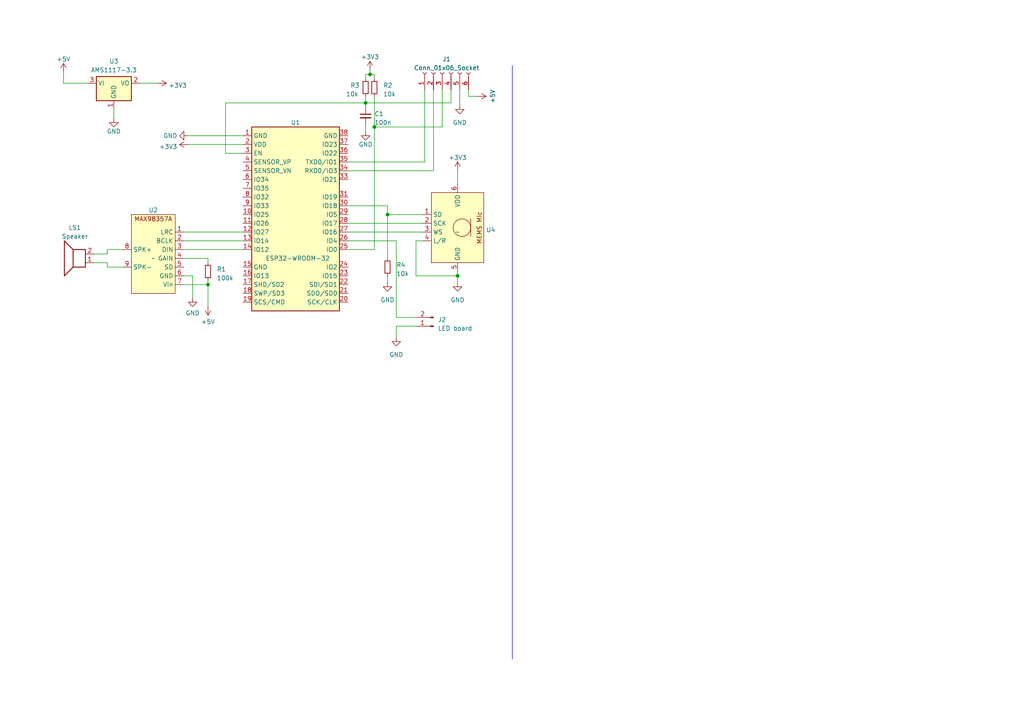
<source format=kicad_sch>
(kicad_sch (version 20230121) (generator eeschema)
  (paper "A4")
  (title_block (title "Rhasspy Satellite with ESP32 in Amazon Basics Speaker"))
  (lib_symbols
    (symbol "Connector:Conn_01x02_Pin" (pin_names (offset 1.016) hide)
      (property "Reference" "J" (at 0 2.54 0))
      (property "Value" "Conn_01x02_Pin" (at 0 -5.08 0))
      (symbol "Conn_01x02_Pin_1_1"
        (polyline (pts (xy 1.27 -2.54) (xy 0.8636 -2.54)) (stroke (width 0.1524)))
        (polyline (pts (xy 1.27 0) (xy 0.8636 0)) (stroke (width 0.1524)))
        (rectangle (start 0.8636 -2.413) (end 0 -2.667) (stroke (width 0.1524)) (fill (type outline)))
        (rectangle (start 0.8636 0.127) (end 0 -0.127) (stroke (width 0.1524)) (fill (type outline)))
        (pin passive line (at 5.08 0 180) (length 3.81) (name "Pin_1") (number "1"))
        (pin passive line (at 5.08 -2.54 180) (length 3.81) (name "Pin_2") (number "2"))
      )
    )
    (symbol "Connector:Conn_01x06_Socket" (pin_names (offset 1.016) hide)
      (property "Reference" "J" (at 0 7.62 0))
      (property "Value" "Conn_01x06_Socket" (at 0 -10.16 0))
      (symbol "Conn_01x06_Socket_1_1"
        (arc (start 0 -7.112) (mid -0.5058 -7.62) (end 0 -8.128) (stroke (width 0.1524)))
        (arc (start 0 -4.572) (mid -0.5058 -5.08) (end 0 -5.588) (stroke (width 0.1524)))
        (arc (start 0 -2.032) (mid -0.5058 -2.54) (end 0 -3.048) (stroke (width 0.1524)))
        (polyline (pts (xy -1.27 -7.62) (xy -0.508 -7.62)) (stroke (width 0.1524)))
        (polyline (pts (xy -1.27 -5.08) (xy -0.508 -5.08)) (stroke (width 0.1524)))
        (polyline (pts (xy -1.27 -2.54) (xy -0.508 -2.54)) (stroke (width 0.1524)))
        (polyline (pts (xy -1.27 0) (xy -0.508 0)) (stroke (width 0.1524)))
        (polyline (pts (xy -1.27 2.54) (xy -0.508 2.54)) (stroke (width 0.1524)))
        (polyline (pts (xy -1.27 5.08) (xy -0.508 5.08)) (stroke (width 0.1524)))
        (arc (start 0 0.508) (mid -0.5058 0) (end 0 -0.508) (stroke (width 0.1524)))
        (arc (start 0 3.048) (mid -0.5058 2.54) (end 0 2.032) (stroke (width 0.1524)))
        (arc (start 0 5.588) (mid -0.5058 5.08) (end 0 4.572) (stroke (width 0.1524)))
        (pin passive line (at -5.08 5.08 0) (length 3.81) (name "Pin_1") (number "1"))
        (pin passive line (at -5.08 2.54 0) (length 3.81) (name "Pin_2") (number "2"))
        (pin passive line (at -5.08 0 0) (length 3.81) (name "Pin_3") (number "3"))
        (pin passive line (at -5.08 -2.54 0) (length 3.81) (name "Pin_4") (number "4"))
        (pin passive line (at -5.08 -5.08 0) (length 3.81) (name "Pin_5") (number "5"))
        (pin passive line (at -5.08 -7.62 0) (length 3.81) (name "Pin_6") (number "6"))
      )
    )
    (symbol "Device:C_Small" (pin_numbers hide) (pin_names (offset 0.254) hide)
      (property "Reference" "C" (at 0.254 1.778 0))
      (property "Value" "C_Small" (at 0.254 -2.032 0))
      (symbol "C_Small_0_1"
        (polyline (pts (xy -1.524 -0.508) (xy 1.524 -0.508)) (stroke (width 0.3302)))
        (polyline (pts (xy -1.524 0.508) (xy 1.524 0.508)) (stroke (width 0.3048)))
      )
      (symbol "C_Small_1_1"
        (pin passive line (at 0 2.54 270) (length 2.032) (name "~") (number "1"))
        (pin passive line (at 0 -2.54 90) (length 2.032) (name "~") (number "2"))
      )
    )
    (symbol "Device:R_Small" (pin_numbers hide) (pin_names (offset 0.254) hide)
      (property "Reference" "R" (at 0.762 0.508 0))
      (property "Value" "R_Small" (at 0.762 -1.016 0))
      (symbol "R_Small_0_1"
        (rectangle (start -0.762 1.778) (end 0.762 -1.778) (stroke (width 0.2032)))
      )
      (symbol "R_Small_1_1"
        (pin passive line (at 0 2.54 270) (length 0.762) (name "~") (number "1"))
        (pin passive line (at 0 -2.54 90) (length 0.762) (name "~") (number "2"))
      )
    )
    (symbol "Device:Speaker" (pin_names (offset 0) hide)
      (property "Reference" "LS" (at 1.27 5.715 0))
      (property "Value" "Speaker" (at 1.27 3.81 0))
      (symbol "Speaker_0_0"
        (rectangle (start -2.54 1.27) (end 1.016 -3.81) (stroke (width 0.254)))
        (polyline (pts (xy 1.016 1.27) (xy 3.556 3.81) (xy 3.556 -6.35) (xy 1.016 -3.81)) (stroke (width 0.254)))
      )
      (symbol "Speaker_1_1"
        (pin input line (at -5.08 0 0) (length 2.54) (name "1") (number "1"))
        (pin input line (at -5.08 -2.54 0) (length 2.54) (name "2") (number "2"))
      )
    )
    (symbol "Regulator_Linear:AMS1117-3.3"
      (property "Reference" "U" (at -3.81 3.175 0))
      (property "Value" "AMS1117-3.3" (at 0 3.175 0))
      (symbol "AMS1117-3.3_0_1"
        (rectangle (start -5.08 -5.08) (end 5.08 1.905) (stroke (width 0.254)) (fill (type background)))
      )
      (symbol "AMS1117-3.3_1_1"
        (pin power_in line (at 0 -7.62 90) (length 2.54) (name "GND") (number "1"))
        (pin power_out line (at 7.62 0 180) (length 2.54) (name "VO") (number "2"))
        (pin power_in line (at -7.62 0 0) (length 2.54) (name "VI") (number "3"))
      )
    )
    (symbol "eBay:ESP32-WROOM-32-Module"
      (property "Reference" "U" (at -12.7 34.29 0))
      (property "Value" "ESP32-WROOM-32" (at -8.89 -5.08 0))
      (symbol "ESP32-WROOM-32-Module_0_1"
        (rectangle (start -12.7 33.02) (end 12.7 -20.32) (stroke (width 0.254)) (fill (type background)))
      )
      (symbol "ESP32-WROOM-32-Module_1_1"
        (pin power_in line (at -15.24 30.48 0) (length 2.54) (name "GND") (number "1"))
        (pin bidirectional line (at -15.24 7.62 0) (length 2.54) (name "IO25") (number "10"))
        (pin bidirectional line (at -15.24 5.08 0) (length 2.54) (name "IO26") (number "11"))
        (pin bidirectional line (at -15.24 2.54 0) (length 2.54) (name "IO27") (number "12"))
        (pin bidirectional line (at -15.24 0 0) (length 2.54) (name "IO14") (number "13"))
        (pin bidirectional line (at -15.24 -2.54 0) (length 2.54) (name "IO12") (number "14"))
        (pin passive line (at -15.24 -7.62 0) (length 2.54) (name "GND") (number "15"))
        (pin bidirectional line (at -15.24 -10.16 0) (length 2.54) (name "IO13") (number "16"))
        (pin bidirectional line (at -15.24 -12.7 0) (length 2.54) (name "SHD/SD2") (number "17"))
        (pin bidirectional line (at -15.24 -15.24 0) (length 2.54) (name "SWP/SD3") (number "18"))
        (pin bidirectional line (at -15.24 -17.78 0) (length 2.54) (name "SCS/CMD") (number "19"))
        (pin power_in line (at -15.24 27.94 0) (length 2.54) (name "VDD") (number "2"))
        (pin bidirectional line (at 15.24 -17.78 180) (length 2.54) (name "SCK/CLK") (number "20"))
        (pin bidirectional line (at 15.24 -15.24 180) (length 2.54) (name "SDO/SD0") (number "21"))
        (pin bidirectional line (at 15.24 -12.7 180) (length 2.54) (name "SDI/SD1") (number "22"))
        (pin bidirectional line (at 15.24 -10.16 180) (length 2.54) (name "IO15") (number "23"))
        (pin bidirectional line (at 15.24 -7.62 180) (length 2.54) (name "IO2") (number "24"))
        (pin bidirectional line (at 15.24 -2.54 180) (length 2.54) (name "IO0") (number "25"))
        (pin bidirectional line (at 15.24 0 180) (length 2.54) (name "IO4") (number "26"))
        (pin bidirectional line (at 15.24 2.54 180) (length 2.54) (name "IO16") (number "27"))
        (pin bidirectional line (at 15.24 5.08 180) (length 2.54) (name "IO17") (number "28"))
        (pin bidirectional line (at 15.24 7.62 180) (length 2.54) (name "IO5") (number "29"))
        (pin input line (at -15.24 25.4 0) (length 2.54) (name "EN") (number "3"))
        (pin bidirectional line (at 15.24 10.16 180) (length 2.54) (name "IO18") (number "30"))
        (pin bidirectional line (at 15.24 12.7 180) (length 2.54) (name "IO19") (number "31"))
        (pin no_connect line (at 15.24 15.24 180) (length 2.54) hide (name "NC") (number "32"))
        (pin bidirectional line (at 15.24 17.78 180) (length 2.54) (name "IO21") (number "33"))
        (pin bidirectional line (at 15.24 20.32 180) (length 2.54) (name "RXD0/IO3") (number "34"))
        (pin bidirectional line (at 15.24 22.86 180) (length 2.54) (name "TXD0/IO1") (number "35"))
        (pin bidirectional line (at 15.24 25.4 180) (length 2.54) (name "IO22") (number "36"))
        (pin bidirectional line (at 15.24 27.94 180) (length 2.54) (name "IO23") (number "37"))
        (pin passive line (at 15.24 30.48 180) (length 2.54) (name "GND") (number "38"))
        (pin passive line (at 0 35.56 270) (length 2.54) hide (name "GND") (number "39"))
        (pin input line (at -15.24 22.86 0) (length 2.54) (name "SENSOR_VP") (number "4"))
        (pin input line (at -15.24 20.32 0) (length 2.54) (name "SENSOR_VN") (number "5"))
        (pin input line (at -15.24 17.78 0) (length 2.54) (name "IO34") (number "6"))
        (pin input line (at -15.24 15.24 0) (length 2.54) (name "IO35") (number "7"))
        (pin bidirectional line (at -15.24 12.7 0) (length 2.54) (name "IO32") (number "8"))
        (pin bidirectional line (at -15.24 10.16 0) (length 2.54) (name "IO33") (number "9"))
      )
    )
    (symbol "eBay:INMP441_module"
      (property "Reference" "U" (at 5.08 12.7 0))
      (symbol "INMP441_module_1_1"
        (rectangle (start -7.62 11.43) (end 7.62 -8.89) (fill (type background)))
        (polyline (pts (xy 3.81 3.81) (xy 3.81 -1.27)))
        (circle (center 1.27 1.27) (radius 2.54))
        (text "MEMS Mic" (at 6.35 1.27 900) (effects (font (size 1.27 1.27))))
        (pin input line (at -10.16 5.08 0) (length 2.54) (name "SD") (number "1"))
        (pin input line (at -10.16 2.54 0) (length 2.54) (name "SCK") (number "2"))
        (pin input line (at -10.16 0 0) (length 2.54) (name "WS") (number "3"))
        (pin input line (at -10.16 -2.54 0) (length 2.54) (name "L/R") (number "4"))
        (pin power_in line (at 0 -11.43 90) (length 2.54) (name "GND") (number "5"))
        (pin power_in line (at 0 13.97 270) (length 2.54) (name "VDD") (number "6"))
      )
    )
    (symbol "eBay:MAX98357A-Module"
      (property "Reference" "U" (at 0 0 0))
      (symbol "MAX98357A-Module_0_1"
        (rectangle (start -3.81 10.16) (end -3.81 10.16))
      )
      (symbol "MAX98357A-Module_1_1"
        (rectangle (start -6.35 12.7) (end 6.35 -10.16) (fill (type background)))
        (text "MAX98357A" (at 0 11.43 0) (effects (font (size 1.27 1.27))))
        (pin input line (at 8.89 7.62 180) (length 2.54) (name "LRC") (number "1"))
        (pin input line (at 8.89 5.08 180) (length 2.54) (name "BCLK") (number "2"))
        (pin input line (at 8.89 2.54 180) (length 2.54) (name "DIN") (number "3"))
        (pin input line (at 8.89 0 180) (length 2.54) (name "GAIN") (number "4"))
        (pin input line (at 8.89 -2.54 180) (length 2.54) (name "SD") (number "5"))
        (pin power_in line (at 8.89 -5.08 180) (length 2.54) (name "GND") (number "6"))
        (pin power_in line (at 8.89 -7.62 180) (length 2.54) (name "Vin") (number "7"))
        (pin output line (at -8.89 2.54 0) (length 2.54) (name "SPK+") (number "8"))
        (pin output line (at -8.89 -2.54 0) (length 2.54) (name "SPK-") (number "9"))
      )
    )
    (symbol "power:+3V3" (power) (pin_names (offset 0))
      (property "Value" "+3V3" (at 0 3.556 0))
      (symbol "+3V3_0_1"
        (polyline (pts (xy -0.762 1.27) (xy 0 2.54)))
        (polyline (pts (xy 0 0) (xy 0 2.54)))
        (polyline (pts (xy 0 2.54) (xy 0.762 1.27)))
      )
      (symbol "+3V3_1_1"
        (pin power_in line (at 0 0 90) (length 0) hide (name "+3V3") (number "1"))
      )
    )
    (symbol "power:+5V" (power) (pin_names (offset 0))
      (property "Value" "+5V" (at 0 3.556 0))
      (symbol "+5V_0_1"
        (polyline (pts (xy -0.762 1.27) (xy 0 2.54)))
        (polyline (pts (xy 0 0) (xy 0 2.54)))
        (polyline (pts (xy 0 2.54) (xy 0.762 1.27)))
      )
      (symbol "+5V_1_1"
        (pin power_in line (at 0 0 90) (length 0) hide (name "+5V") (number "1"))
      )
    )
    (symbol "power:GND" (power) (pin_names (offset 0))
      (property "Value" "GND" (at 0 -3.81 0))
      (symbol "GND_0_1"
        (polyline (pts (xy 0 0) (xy 0 -1.27) (xy 1.27 -1.27) (xy 0 -2.54) (xy -1.27 -1.27) (xy 0 -1.27)))
      )
      (symbol "GND_1_1"
        (pin power_in line (at 0 0 270) (length 0) hide (name "GND") (number "1"))
      )
    )
  )
  (junction (at 112.395 62.23))
  (junction (at 60.325 82.55))
  (junction (at 106.045 29.845))
  (junction (at 107.315 21.59))
  (junction (at 132.715 80.01))
  (junction (at 108.585 36.83))
  (wire (pts (xy 55.88 80.01) (xy 55.88 86.36)))
  (wire (pts (xy 100.965 72.39) (xy 108.585 72.39)))
  (wire (pts (xy 53.34 82.55) (xy 60.325 82.55)))
  (wire (pts (xy 100.965 64.77) (xy 122.555 64.77)))
  (wire (pts (xy 31.115 76.2) (xy 27.305 76.2)))
  (wire (pts (xy 31.115 73.66) (xy 31.115 72.39)))
  (wire (pts (xy 18.415 20.955) (xy 18.415 24.13)))
  (wire (pts (xy 128.27 26.035) (xy 128.27 36.83)))
  (wire (pts (xy 112.395 62.23) (xy 122.555 62.23)))
  (wire (pts (xy 114.935 97.79) (xy 114.935 94.615)))
  (wire (pts (xy 133.35 26.035) (xy 133.35 30.48)))
  (wire (pts (xy 100.965 67.31) (xy 122.555 67.31)))
  (wire (pts (xy 65.405 44.45) (xy 65.405 29.845)))
  (wire (pts (xy 53.34 69.85) (xy 70.485 69.85)))
  (wire (pts (xy 107.315 21.59) (xy 108.585 21.59)))
  (polyline (pts (xy 148.59 19.05) (xy 148.59 191.135)))
  (wire (pts (xy 35.56 77.47) (xy 31.115 77.47)))
  (wire (pts (xy 114.935 69.85) (xy 100.965 69.85)))
  (wire (pts (xy 33.02 31.75) (xy 33.02 34.29)))
  (wire (pts (xy 60.325 82.55) (xy 60.325 81.28)))
  (wire (pts (xy 130.81 26.035) (xy 130.81 29.845)))
  (wire (pts (xy 60.325 74.93) (xy 60.325 76.2)))
  (wire (pts (xy 112.395 59.69) (xy 112.395 62.23)))
  (wire (pts (xy 108.585 21.59) (xy 108.585 22.86)))
  (wire (pts (xy 120.65 69.85) (xy 120.65 80.01)))
  (wire (pts (xy 60.325 82.55) (xy 60.325 88.9)))
  (wire (pts (xy 108.585 36.83) (xy 108.585 72.39)))
  (wire (pts (xy 53.34 72.39) (xy 70.485 72.39)))
  (wire (pts (xy 114.935 94.615) (xy 120.65 94.615)))
  (wire (pts (xy 123.19 46.99) (xy 100.965 46.99)))
  (wire (pts (xy 107.315 20.32) (xy 107.315 21.59)))
  (wire (pts (xy 53.34 80.01) (xy 55.88 80.01)))
  (wire (pts (xy 114.935 92.075) (xy 114.935 69.85)))
  (wire (pts (xy 54.61 41.91) (xy 70.485 41.91)))
  (wire (pts (xy 130.81 29.845) (xy 106.045 29.845)))
  (wire (pts (xy 125.73 49.53) (xy 100.965 49.53)))
  (wire (pts (xy 112.395 80.01) (xy 112.395 81.915)))
  (wire (pts (xy 106.045 29.845) (xy 106.045 31.115)))
  (wire (pts (xy 112.395 62.23) (xy 112.395 74.93)))
  (wire (pts (xy 132.715 80.01) (xy 132.715 81.915)))
  (wire (pts (xy 132.715 49.53) (xy 132.715 53.34)))
  (wire (pts (xy 106.045 21.59) (xy 107.315 21.59)))
  (wire (pts (xy 54.61 39.37) (xy 70.485 39.37)))
  (wire (pts (xy 120.65 80.01) (xy 132.715 80.01)))
  (wire (pts (xy 18.415 24.13) (xy 25.4 24.13)))
  (wire (pts (xy 65.405 44.45) (xy 70.485 44.45)))
  (wire (pts (xy 128.27 36.83) (xy 108.585 36.83)))
  (wire (pts (xy 106.045 36.195) (xy 106.045 38.1)))
  (wire (pts (xy 132.715 78.74) (xy 132.715 80.01)))
  (wire (pts (xy 27.305 73.66) (xy 31.115 73.66)))
  (wire (pts (xy 125.73 49.53) (xy 125.73 26.035)))
  (wire (pts (xy 31.115 77.47) (xy 31.115 76.2)))
  (wire (pts (xy 120.65 92.075) (xy 114.935 92.075)))
  (wire (pts (xy 40.64 24.13) (xy 45.72 24.13)))
  (wire (pts (xy 108.585 27.94) (xy 108.585 36.83)))
  (wire (pts (xy 65.405 29.845) (xy 106.045 29.845)))
  (wire (pts (xy 106.045 21.59) (xy 106.045 22.86)))
  (wire (pts (xy 100.965 59.69) (xy 112.395 59.69)))
  (wire (pts (xy 31.115 72.39) (xy 35.56 72.39)))
  (wire (pts (xy 135.89 26.035) (xy 135.89 27.94)))
  (wire (pts (xy 53.34 67.31) (xy 70.485 67.31)))
  (wire (pts (xy 106.045 27.94) (xy 106.045 29.845)))
  (wire (pts (xy 122.555 69.85) (xy 120.65 69.85)))
  (wire (pts (xy 53.34 74.93) (xy 60.325 74.93)))
  (wire (pts (xy 135.89 27.94) (xy 138.43 27.94)))
  (wire (pts (xy 123.19 46.99) (xy 123.19 26.035)))
  (symbol (lib_id "Device:C_Small") (at 106.045 33.655 0) (unit 1)
    (property "Reference" "C1" (at 108.585 33.0263 0) (effects (justify left)))
    (property "Value" "100n" (at 108.585 35.5663 0) (effects (justify left)))
  )
  (symbol (lib_id "eBay:MAX98357A-Module") (at 44.45 74.93 0) (unit 1)
    (property "Reference" "U2" (at 44.45 60.96 0))
    (property "Value" "~" (at 44.45 74.93 0))
  )
  (symbol (lib_id "power:GND") (at 54.61 39.37 270) (unit 1)
    (property "Reference" "#PWR02" (effects hide))
    (property "Value" "GND" (at 51.435 39.37 90) (effects (justify right)))
  )
  (symbol (lib_id "power:GND") (at 55.88 86.36 0) (unit 1)
    (property "Reference" "#PWR01" (effects hide))
    (property "Value" "GND" (at 55.88 90.805 0))
  )
  (symbol (lib_id "power:+5V") (at 138.43 27.94 270) (unit 1)
    (property "Reference" "#PWR09" (effects hide))
    (property "Value" "+5V" (at 142.875 27.94 0))
  )
  (symbol (lib_id "power:+3V3") (at 54.61 41.91 90) (unit 1)
    (property "Reference" "#PWR03" (effects hide))
    (property "Value" "+3V3" (at 51.435 42.545 90) (effects (justify left)))
  )
  (symbol (lib_id "Device:R_Small") (at 108.585 25.4 0) (unit 1)
    (property "Reference" "R2" (at 111.125 24.765 0) (effects (justify left)))
    (property "Value" "10k" (at 111.125 27.305 0) (effects (justify left)))
  )
  (symbol (lib_id "power:GND") (at 106.045 38.1 0) (unit 1)
    (property "Reference" "#PWR04" (effects hide))
    (property "Value" "GND" (at 106.045 41.91 0))
  )
  (symbol (lib_id "power:GND") (at 133.35 30.48 0) (unit 1)
    (property "Reference" "#PWR011" (effects hide))
    (property "Value" "GND" (at 133.35 35.56 0))
  )
  (symbol (lib_id "power:GND") (at 114.935 97.79 0) (unit 1)
    (property "Reference" "#PWR014" (effects hide))
    (property "Value" "GND" (at 114.935 102.87 0))
  )
  (symbol (lib_id "power:GND") (at 33.02 34.29 0) (unit 1)
    (property "Reference" "#PWR06" (effects hide))
    (property "Value" "GND" (at 33.02 38.1 0))
  )
  (symbol (lib_id "Device:R_Small") (at 112.395 77.47 0) (unit 1)
    (property "Reference" "R4" (at 114.935 76.835 0) (effects (justify left)))
    (property "Value" "10k" (at 114.935 79.375 0) (effects (justify left)))
  )
  (symbol (lib_id "Connector:Conn_01x06_Socket") (at 128.27 20.955 90) (unit 1)
    (property "Reference" "J1" (at 129.54 17.145 90))
    (property "Value" "Conn_01x06_Socket" (at 129.54 19.685 90))
  )
  (symbol (lib_id "Device:R_Small") (at 106.045 25.4 0) (unit 1)
    (property "Reference" "R3" (at 101.6 24.765 0) (effects (justify left)))
    (property "Value" "10k" (at 100.33 27.305 0) (effects (justify left)))
  )
  (symbol (lib_id "power:+5V") (at 60.325 88.9 180) (unit 1)
    (property "Reference" "#PWR05" (effects hide))
    (property "Value" "+5V" (at 60.325 93.345 0))
  )
  (symbol (lib_id "eBay:INMP441_module") (at 132.715 67.31 0) (unit 1)
    (property "Reference" "U4" (at 140.97 66.675 0) (effects (justify left)))
    (property "Value" "~" (at 132.715 67.31 0))
  )
  (symbol (lib_id "power:+3V3") (at 132.715 49.53 0) (unit 1)
    (property "Reference" "#PWR013" (effects hide))
    (property "Value" "+3V3" (at 132.715 45.72 0))
  )
  (symbol (lib_id "power:+3V3") (at 45.72 24.13 270) (unit 1)
    (property "Reference" "#PWR08" (effects hide))
    (property "Value" "+3V3" (at 48.895 24.765 90) (effects (justify left)))
  )
  (symbol (lib_id "Device:R_Small") (at 60.325 78.74 0) (unit 1)
    (property "Reference" "R1" (at 62.865 78.105 0) (effects (justify left)))
    (property "Value" "100k" (at 62.865 80.645 0) (effects (justify left)))
  )
  (symbol (lib_id "Regulator_Linear:AMS1117-3.3") (at 33.02 24.13 0) (unit 1)
    (property "Reference" "U3" (at 33.02 17.78 0))
    (property "Value" "AMS1117-3.3" (at 33.02 20.32 0))
    (property "Footprint" "Package_TO_SOT_SMD:SOT-223-3_TabPin2" (effects hide))
    (property "Datasheet" "http://www.advanced-monolithic.com/pdf/ds1117.pdf" (effects hide))
  )
  (symbol (lib_id "power:GND") (at 132.715 81.915 0) (unit 1)
    (property "Reference" "#PWR012" (effects hide))
    (property "Value" "GND" (at 132.715 86.995 0))
  )
  (symbol (lib_id "Device:Speaker") (at 22.225 76.2 180) (unit 1)
    (property "Reference" "LS1" (at 21.717 66.04 0))
    (property "Value" "Speaker" (at 21.717 68.58 0))
  )
  (symbol (lib_id "power:+5V") (at 18.415 20.955 0) (unit 1)
    (property "Reference" "#PWR07" (effects hide))
    (property "Value" "+5V" (at 18.415 17.145 0))
  )
  (symbol (lib_id "eBay:ESP32-WROOM-32-Module") (at 85.725 69.85 0) (unit 1)
    (property "Reference" "U1" (at 85.725 35.56 0))
    (property "Value" "ESP32-WROOM-32" (at 86.36 74.93 0))
    (property "Footprint" "RF_Module:ESP32-WROOM-32" (effects hide))
    (property "Datasheet" "https://www.espressif.com/sites/default/files/documentation/esp32-wroom-32_datasheet_en.pdf" (effects hide))
  )
  (symbol (lib_id "Connector:Conn_01x02_Pin") (at 125.73 94.615 180) (unit 1)
    (property "Reference" "J2" (at 127 92.71 0) (effects (justify right)))
    (property "Value" "LED board" (at 127 95.25 0) (effects (justify right)))
  )
  (symbol (lib_id "power:+3V3") (at 107.315 20.32 0) (unit 1)
    (property "Reference" "#PWR010" (effects hide))
    (property "Value" "+3V3" (at 107.315 16.51 0))
  )
  (symbol (lib_id "power:GND") (at 112.395 81.915 0) (unit 1)
    (property "Reference" "#PWR015" (effects hide))
    (property "Value" "GND" (at 112.395 86.995 0))
  )
)
</source>
